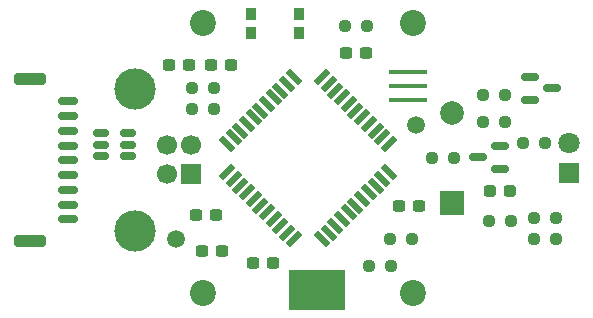
<source format=gbs>
%TF.GenerationSoftware,KiCad,Pcbnew,7.0.6*%
%TF.CreationDate,2023-08-20T20:53:31-04:00*%
%TF.ProjectId,Safe-To-Mate-O-Matic-v3,53616665-2d54-46f2-9d4d-6174652d4f2d,rev?*%
%TF.SameCoordinates,Original*%
%TF.FileFunction,Soldermask,Bot*%
%TF.FilePolarity,Negative*%
%FSLAX46Y46*%
G04 Gerber Fmt 4.6, Leading zero omitted, Abs format (unit mm)*
G04 Created by KiCad (PCBNEW 7.0.6) date 2023-08-20 20:53:31*
%MOMM*%
%LPD*%
G01*
G04 APERTURE LIST*
G04 Aperture macros list*
%AMRoundRect*
0 Rectangle with rounded corners*
0 $1 Rounding radius*
0 $2 $3 $4 $5 $6 $7 $8 $9 X,Y pos of 4 corners*
0 Add a 4 corners polygon primitive as box body*
4,1,4,$2,$3,$4,$5,$6,$7,$8,$9,$2,$3,0*
0 Add four circle primitives for the rounded corners*
1,1,$1+$1,$2,$3*
1,1,$1+$1,$4,$5*
1,1,$1+$1,$6,$7*
1,1,$1+$1,$8,$9*
0 Add four rect primitives between the rounded corners*
20,1,$1+$1,$2,$3,$4,$5,0*
20,1,$1+$1,$4,$5,$6,$7,0*
20,1,$1+$1,$6,$7,$8,$9,0*
20,1,$1+$1,$8,$9,$2,$3,0*%
%AMRotRect*
0 Rectangle, with rotation*
0 The origin of the aperture is its center*
0 $1 length*
0 $2 width*
0 $3 Rotation angle, in degrees counterclockwise*
0 Add horizontal line*
21,1,$1,$2,0,0,$3*%
G04 Aperture macros list end*
%ADD10C,2.200000*%
%ADD11R,1.800000X1.800000*%
%ADD12C,1.800000*%
%ADD13R,2.000000X2.000000*%
%ADD14C,2.000000*%
%ADD15R,1.700000X1.700000*%
%ADD16C,1.700000*%
%ADD17C,3.500000*%
%ADD18R,3.200000X0.400000*%
%ADD19RoundRect,0.237500X-0.250000X-0.237500X0.250000X-0.237500X0.250000X0.237500X-0.250000X0.237500X0*%
%ADD20RoundRect,0.237500X-0.300000X-0.237500X0.300000X-0.237500X0.300000X0.237500X-0.300000X0.237500X0*%
%ADD21RoundRect,0.150000X0.700000X-0.150000X0.700000X0.150000X-0.700000X0.150000X-0.700000X-0.150000X0*%
%ADD22RoundRect,0.250000X1.100000X-0.250000X1.100000X0.250000X-1.100000X0.250000X-1.100000X-0.250000X0*%
%ADD23RoundRect,0.150000X0.587500X0.150000X-0.587500X0.150000X-0.587500X-0.150000X0.587500X-0.150000X0*%
%ADD24RoundRect,0.237500X0.250000X0.237500X-0.250000X0.237500X-0.250000X-0.237500X0.250000X-0.237500X0*%
%ADD25R,4.699000X3.429000*%
%ADD26RoundRect,0.237500X0.300000X0.237500X-0.300000X0.237500X-0.300000X-0.237500X0.300000X-0.237500X0*%
%ADD27RotRect,1.500000X0.550000X315.000000*%
%ADD28RotRect,1.500000X0.550000X225.000000*%
%ADD29C,1.500000*%
%ADD30RoundRect,0.237500X0.287500X0.237500X-0.287500X0.237500X-0.287500X-0.237500X0.287500X-0.237500X0*%
%ADD31RoundRect,0.150000X0.512500X0.150000X-0.512500X0.150000X-0.512500X-0.150000X0.512500X-0.150000X0*%
%ADD32RoundRect,0.150000X-0.587500X-0.150000X0.587500X-0.150000X0.587500X0.150000X-0.587500X0.150000X0*%
%ADD33R,0.900000X1.000000*%
G04 APERTURE END LIST*
D10*
%TO.C,H4*%
X159512000Y-94755000D03*
%TD*%
D11*
%TO.C,D1*%
X172720000Y-84582000D03*
D12*
X172720000Y-82042000D03*
%TD*%
D10*
%TO.C,H3*%
X159512000Y-71895000D03*
%TD*%
D13*
%TO.C,BZ1*%
X162814000Y-87112000D03*
D14*
X162814000Y-79512000D03*
%TD*%
D10*
%TO.C,H2*%
X141732000Y-71895000D03*
%TD*%
D15*
%TO.C,J1*%
X140689500Y-84689000D03*
D16*
X140689500Y-82189000D03*
X138689500Y-82189000D03*
X138689500Y-84689000D03*
D17*
X135979500Y-89459000D03*
X135979500Y-77419000D03*
%TD*%
D10*
%TO.C,H1*%
X141732000Y-94755000D03*
%TD*%
D18*
%TO.C,Y2*%
X159131000Y-76016000D03*
X159131000Y-77216000D03*
X159131000Y-78416000D03*
%TD*%
D19*
%TO.C,R7*%
X168863000Y-82042000D03*
X170688000Y-82042000D03*
%TD*%
D20*
%TO.C,C4*%
X153823500Y-74422000D03*
X155548500Y-74422000D03*
%TD*%
D21*
%TO.C,J2*%
X130302000Y-88499000D03*
X130302000Y-87249000D03*
X130302000Y-85999000D03*
X130302000Y-84749000D03*
X130302000Y-83499000D03*
X130302000Y-82249000D03*
X130302000Y-80999000D03*
X130302000Y-79749000D03*
X130302000Y-78499000D03*
D22*
X127102000Y-90349000D03*
X127102000Y-76649000D03*
%TD*%
D23*
%TO.C,Q2*%
X166878000Y-82296000D03*
X166878000Y-84196000D03*
X165003000Y-83246000D03*
%TD*%
D24*
%TO.C,R4*%
X157630500Y-92456000D03*
X155805500Y-92456000D03*
%TD*%
D19*
%TO.C,R3*%
X140819500Y-77343000D03*
X142644500Y-77343000D03*
%TD*%
D20*
%TO.C,C7*%
X158295000Y-87376000D03*
X160020000Y-87376000D03*
%TD*%
D19*
%TO.C,R11*%
X165457500Y-80264000D03*
X167282500Y-80264000D03*
%TD*%
D24*
%TO.C,R10*%
X171600500Y-88392000D03*
X169775500Y-88392000D03*
%TD*%
D19*
%TO.C,R6*%
X165457500Y-77978000D03*
X167282500Y-77978000D03*
%TD*%
D25*
%TO.C,TP1*%
X151384000Y-94488000D03*
%TD*%
D24*
%TO.C,R1*%
X155598500Y-72136000D03*
X153773500Y-72136000D03*
%TD*%
D26*
%TO.C,C1*%
X143356500Y-91186000D03*
X141631500Y-91186000D03*
%TD*%
D27*
%TO.C,U1*%
X143763064Y-82109918D03*
X144328750Y-81544233D03*
X144894435Y-80978548D03*
X145460120Y-80412862D03*
X146025806Y-79847177D03*
X146591491Y-79281491D03*
X147157177Y-78715806D03*
X147722862Y-78150120D03*
X148288548Y-77584435D03*
X148854233Y-77018750D03*
X149419918Y-76453064D03*
D28*
X151824082Y-76453064D03*
X152389767Y-77018750D03*
X152955452Y-77584435D03*
X153521138Y-78150120D03*
X154086823Y-78715806D03*
X154652509Y-79281491D03*
X155218194Y-79847177D03*
X155783880Y-80412862D03*
X156349565Y-80978548D03*
X156915250Y-81544233D03*
X157480936Y-82109918D03*
D27*
X157480936Y-84514082D03*
X156915250Y-85079767D03*
X156349565Y-85645452D03*
X155783880Y-86211138D03*
X155218194Y-86776823D03*
X154652509Y-87342509D03*
X154086823Y-87908194D03*
X153521138Y-88473880D03*
X152955452Y-89039565D03*
X152389767Y-89605250D03*
X151824082Y-90170936D03*
D28*
X149419918Y-90170936D03*
X148854233Y-89605250D03*
X148288548Y-89039565D03*
X147722862Y-88473880D03*
X147157177Y-87908194D03*
X146591491Y-87342509D03*
X146025806Y-86776823D03*
X145460120Y-86211138D03*
X144894435Y-85645452D03*
X144328750Y-85079767D03*
X143763064Y-84514082D03*
%TD*%
D19*
%TO.C,R9*%
X161139500Y-83312000D03*
X162964500Y-83312000D03*
%TD*%
D29*
%TO.C,TP2*%
X139446000Y-90170000D03*
%TD*%
D19*
%TO.C,R2*%
X140819500Y-79121000D03*
X142644500Y-79121000D03*
%TD*%
D30*
%TO.C,D2*%
X167753000Y-86106000D03*
X166003000Y-86106000D03*
%TD*%
D20*
%TO.C,C3*%
X138837500Y-75438000D03*
X140562500Y-75438000D03*
%TD*%
D26*
%TO.C,C5*%
X147674500Y-92202000D03*
X145949500Y-92202000D03*
%TD*%
D31*
%TO.C,D3*%
X135382000Y-81219000D03*
X135382000Y-82169000D03*
X135382000Y-83119000D03*
X133107000Y-83119000D03*
X133107000Y-82169000D03*
X133107000Y-81219000D03*
%TD*%
D29*
%TO.C,TP7*%
X159766000Y-80518000D03*
%TD*%
D24*
%TO.C,R5*%
X167790500Y-88646000D03*
X165965500Y-88646000D03*
%TD*%
%TO.C,R8*%
X171600500Y-90170000D03*
X169775500Y-90170000D03*
%TD*%
%TO.C,R12*%
X159408500Y-90170000D03*
X157583500Y-90170000D03*
%TD*%
D26*
%TO.C,C2*%
X144118500Y-75438000D03*
X142393500Y-75438000D03*
%TD*%
D32*
%TO.C,Q1*%
X169418000Y-78354000D03*
X169418000Y-76454000D03*
X171293000Y-77404000D03*
%TD*%
D20*
%TO.C,C6*%
X141123500Y-88138000D03*
X142848500Y-88138000D03*
%TD*%
D33*
%TO.C,SW1*%
X145778000Y-72682000D03*
X149878000Y-72682000D03*
X145778000Y-71082000D03*
X149878000Y-71082000D03*
%TD*%
M02*

</source>
